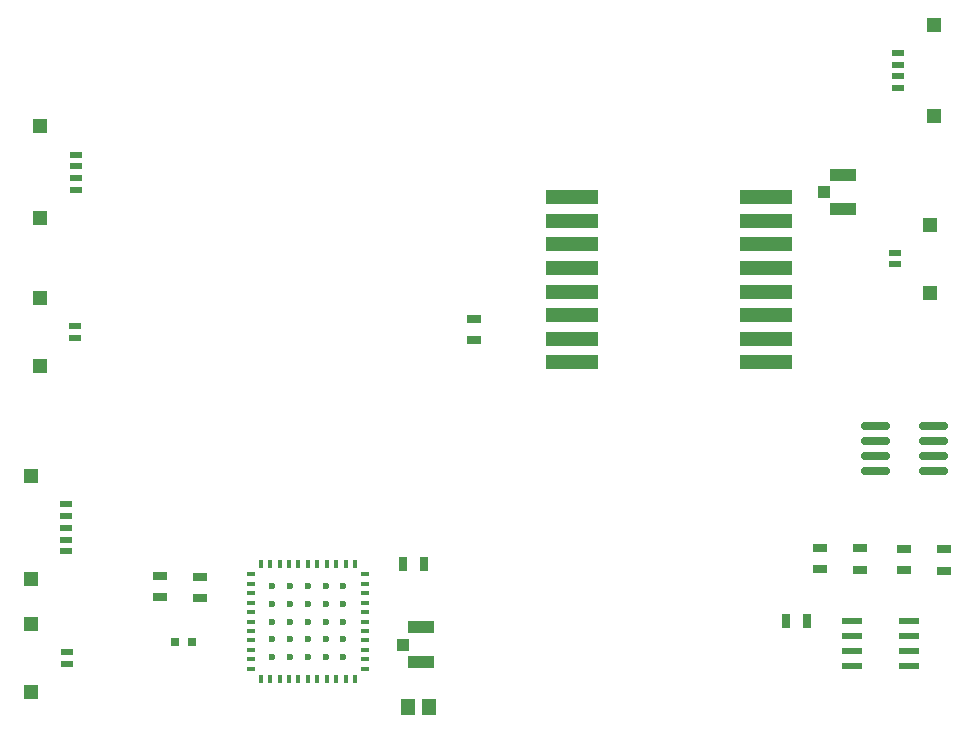
<source format=gbr>
G04 EAGLE Gerber RS-274X export*
G75*
%MOMM*%
%FSLAX34Y34*%
%LPD*%
%INSolderpaste Bottom*%
%IPPOS*%
%AMOC8*
5,1,8,0,0,1.08239X$1,22.5*%
G01*
%ADD10C,0.700000*%
%ADD11R,1.200000X0.800000*%
%ADD12R,0.700000X0.360000*%
%ADD13R,0.360000X0.700000*%
%ADD14C,0.600000*%
%ADD15R,0.800000X0.800000*%
%ADD16R,2.260600X1.041400*%
%ADD17R,1.092200X1.041400*%
%ADD18R,1.676400X0.508000*%
%ADD19R,0.800000X1.200000*%
%ADD20R,4.500000X1.200000*%
%ADD21R,1.200000X1.470000*%
%ADD22R,1.000000X0.550000*%
%ADD23R,1.300000X1.260000*%


D10*
X779532Y312830D02*
X797532Y312830D01*
X797532Y325530D02*
X779532Y325530D01*
X779532Y338230D02*
X797532Y338230D01*
X797532Y350930D02*
X779532Y350930D01*
X828532Y312830D02*
X846532Y312830D01*
X846532Y325530D02*
X828532Y325530D01*
X828532Y338230D02*
X846532Y338230D01*
X846532Y350930D02*
X828532Y350930D01*
D11*
X775428Y247570D03*
X775428Y229570D03*
X741798Y247766D03*
X741798Y229766D03*
D12*
X259688Y145494D03*
X259688Y153494D03*
X259688Y161494D03*
X259688Y169494D03*
X259688Y177494D03*
X259688Y185494D03*
X259688Y193494D03*
X259688Y201494D03*
X259688Y209494D03*
X259688Y217494D03*
X259688Y225494D03*
D13*
X268088Y233894D03*
X276088Y233894D03*
X284088Y233894D03*
X292088Y233894D03*
X300088Y233894D03*
X308088Y233894D03*
X316188Y233894D03*
X324088Y233894D03*
X332088Y233894D03*
X340088Y233894D03*
X348088Y233894D03*
D12*
X356488Y225494D03*
X356488Y217494D03*
X356488Y209494D03*
X356488Y201494D03*
X356488Y193494D03*
X356488Y185494D03*
X356488Y177494D03*
X356488Y169494D03*
X356488Y161494D03*
X356488Y153494D03*
X356488Y145494D03*
D13*
X348088Y137094D03*
X340088Y137094D03*
X332088Y137094D03*
X324088Y137094D03*
X316088Y137094D03*
X308088Y137094D03*
X300088Y137094D03*
X292088Y137094D03*
X284088Y137094D03*
X276288Y137094D03*
X268088Y137094D03*
D14*
X278088Y155494D03*
X278088Y170494D03*
X278088Y185494D03*
X278088Y200494D03*
X278088Y215494D03*
X293088Y155494D03*
X293088Y170494D03*
X293088Y185494D03*
X293088Y200494D03*
X293088Y215494D03*
X308088Y155494D03*
X308088Y170494D03*
X308088Y185494D03*
X308088Y200494D03*
X308088Y215494D03*
X323088Y155494D03*
X323088Y170494D03*
X323088Y185494D03*
X323088Y200494D03*
X323088Y215494D03*
X338088Y155494D03*
X338088Y170494D03*
X338088Y185494D03*
X338088Y200494D03*
X338088Y215494D03*
D15*
X195326Y168024D03*
X210326Y168024D03*
D16*
X404199Y151195D03*
X404199Y180605D03*
D17*
X388239Y165900D03*
D16*
X761099Y534395D03*
X761099Y563805D03*
D17*
X745139Y549100D03*
D11*
X847088Y246626D03*
X847088Y228626D03*
X812562Y229074D03*
X812562Y247074D03*
D18*
X817246Y186044D03*
X817246Y173344D03*
X817246Y160644D03*
X817246Y147944D03*
X768986Y147944D03*
X768986Y160644D03*
X768986Y173344D03*
X768986Y186044D03*
D19*
X730878Y186042D03*
X712878Y186042D03*
D20*
X532100Y424900D03*
X532100Y444900D03*
X532100Y464900D03*
X532100Y484900D03*
X532100Y504900D03*
X532100Y524900D03*
X532100Y544900D03*
X696100Y544900D03*
X696100Y524900D03*
X696100Y504900D03*
X696100Y484900D03*
X696100Y464900D03*
X696100Y444900D03*
X696100Y424900D03*
X696100Y404900D03*
X532100Y404900D03*
D11*
X448700Y423500D03*
X448700Y441500D03*
X216900Y223300D03*
X216900Y205300D03*
X183300Y223900D03*
X183300Y205900D03*
D21*
X410400Y113300D03*
X393200Y113300D03*
D19*
X388500Y234400D03*
X406500Y234400D03*
D22*
X808100Y667100D03*
X808100Y657100D03*
X808100Y647100D03*
X808100Y637100D03*
D23*
X838000Y690850D03*
X838000Y613300D03*
D22*
X103800Y149900D03*
X103800Y159900D03*
D23*
X73900Y126150D03*
X73900Y183700D03*
D22*
X103500Y244900D03*
X103500Y254900D03*
X103500Y264900D03*
X103500Y274900D03*
X103500Y284900D03*
D23*
X73600Y221150D03*
X73600Y308700D03*
D22*
X111300Y425900D03*
X111300Y435900D03*
D23*
X81400Y402150D03*
X81400Y459700D03*
D22*
X111600Y550900D03*
X111600Y560900D03*
X111600Y570900D03*
X111600Y580900D03*
D23*
X81700Y527150D03*
X81700Y604700D03*
D22*
X804900Y497900D03*
X804900Y487900D03*
D23*
X834800Y521650D03*
X834800Y464100D03*
M02*

</source>
